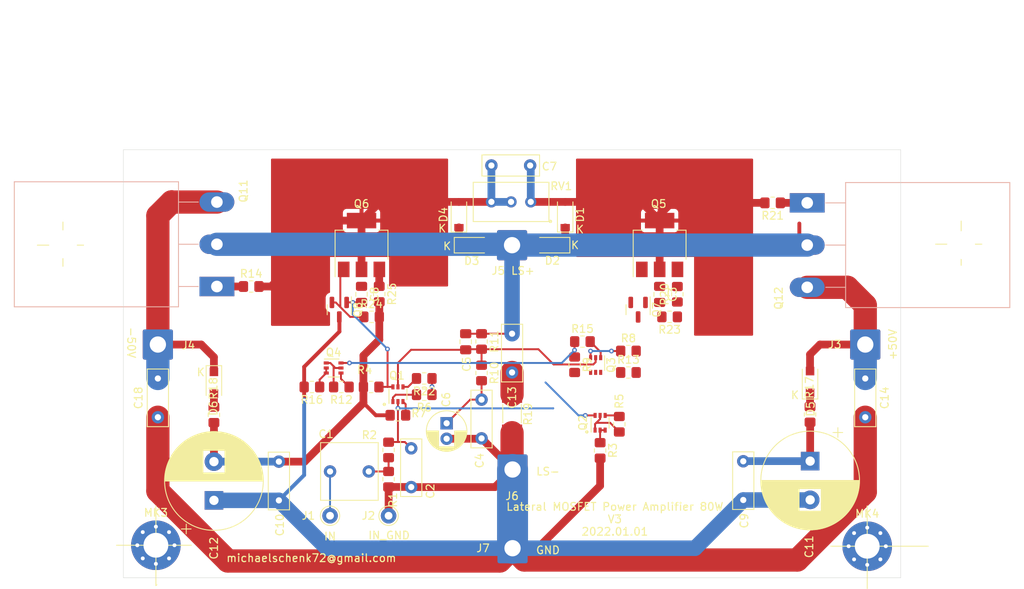
<source format=kicad_pcb>
(kicad_pcb (version 20211014) (generator pcbnew)
  (layers (0 "F.Cu" signal) (31 "B.Cu" signal) (34 "B.Paste" user) (35 "F.Paste" user) (36 "B.SilkS" user "B.Silkscreen") (37 "F.SilkS" user "F.Silkscreen") (38 "B.Mask" user) (39 "F.Mask" user) (44 "Edge.Cuts" user))
  (net 0 "")
  (net 1 "Net-(C1-Pad2)")
  (net 2 "Net-(C1-Pad1)")
  (net 3 "GND")
  (net 4 "Net-(Q1-Pad2)")
  (net 5 "Net-(Q4-Pad1)")
  (net 6 "Net-(C4-Pad1)")
  (net 7 "Net-(C3-Pad2)")
  (net 8 "Net-(C13-Pad1)")
  (net 9 "Net-(C7-Pad2)")
  (net 10 "Net-(C7-Pad1)")
  (net 11 "Net-(C11-Pad1)")
  (net 12 "Net-(C10-Pad2)")
  (net 13 "Net-(C13-Pad2)")
  (net 14 "Net-(D1-Pad1)")
  (net 15 "Net-(D3-Pad1)")
  (net 16 "Net-(D5-Pad1)")
  (net 17 "Net-(D6-Pad2)")
  (net 18 "Net-(D6-Pad1)")
  (net 19 "Net-(Q11-Pad1)")
  (net 20 "Net-(C14-Pad1)")
  (net 21 "Net-(Q1-Pad1)")
  (net 22 "Net-(Q1-Pad5)")
  (net 23 "Net-(Q5-Pad3)")
  (net 24 "Net-(Q2-Pad2)")
  (net 25 "Net-(Q2-Pad1)")
  (net 26 "Net-(Q1-Pad6)")
  (net 27 "Net-(R7-Pad1)")
  (net 28 "Net-(Q1-Pad4)")
  (net 29 "Net-(R6-Pad1)")
  (net 30 "Net-(Q3-Pad1)")
  (net 31 "Net-(Q3-Pad4)")
  (net 32 "Net-(Q3-Pad6)")
  (net 33 "Net-(Q4-Pad2)")
  (net 34 "Net-(Q4-Pad6)")
  (net 35 "Net-(Q5-Pad1)")
  (net 36 "Net-(Q6-Pad1)")
  (net 37 "Net-(Q6-Pad3)")
  (net 38 "Net-(Q12-Pad1)")
  (footprint "Resistor_SMD:R_0805_2012Metric_Pad1.20x1.40mm_HandSolder" (layer "F.Cu") (at 180.721 63.23 90)
    (fp_text reference "R20")
    (fp_text value "33R")
  )
  (footprint "Capacitor_THT:C_Rect_L7.2mm_W7.2mm_P5.00mm_FKS2_FKP2_MKS2_MKP2" (layer "F.Cu") (at 140.89 86.106 180)
    (fp_text reference "C1")
    (fp_text value "3.3uF")
  )
  (footprint "Capacitor_THT:C_Rect_L7.2mm_W2.5mm_P5.00mm_FKS2_FKP2_MKS2_MKP2" (layer "F.Cu") (at 146.3675 83.1215 -90)
    (fp_text reference "C2")
    (fp_text value "1n")
  )
  (footprint "Capacitor_THT:CP_Radial_D5.0mm_P2.00mm" (layer "F.Cu") (at 150.9395 79.883 -90)
    (fp_text reference "C4")
    (fp_text value "47u/16V")
  )
  (footprint "Capacitor_SMD:C_0805_2012Metric_Pad1.18x1.45mm_HandSolder" (layer "F.Cu") (at 153.4 69.3625 -90)
    (fp_text reference "C5")
    (fp_text value "10p")
  )
  (footprint "Capacitor_THT:C_Rect_L7.2mm_W2.5mm_P5.00mm_FKS2_FKP2_MKS2_MKP2" (layer "F.Cu") (at 155.448 76.835 -90)
    (fp_text reference "C6")
    (fp_text value "100n")
  )
  (footprint "Capacitor_THT:C_Rect_L7.2mm_W2.5mm_P5.00mm_FKS2_FKP2_MKS2_MKP2" (layer "F.Cu") (at 189.23 84.789 -90)
    (fp_text reference "C9")
    (fp_text value "100n")
  )
  (footprint "Capacitor_THT:CP_Radial_D12.5mm_P5.00mm" (layer "F.Cu") (at 197.866 84.7725 -90)
    (fp_text reference "C11")
    (fp_text value "220u/100V")
  )
  (footprint "Capacitor_THT:C_Rect_L7.2mm_W2.5mm_P5.00mm_FKS2_FKP2_MKS2_MKP2" (layer "F.Cu") (at 159.385 68.326 -90)
    (fp_text reference "C13")
    (fp_text value "22n")
  )
  (footprint "Diode_SMD:D_SOD-123" (layer "F.Cu") (at 166.243 52.958 90)
    (fp_text reference "D1")
    (fp_text value "1N914")
  )
  (footprint "Diode_SMD:D_SOD-123" (layer "F.Cu") (at 164.592 56.896 180)
    (fp_text reference "D2")
    (fp_text value "12V/0.5W")
  )
  (footprint "Diode_SMD:D_SOD-123" (layer "F.Cu") (at 154.178 56.896)
    (fp_text reference "D3")
    (fp_text value "1N914")
  )
  (footprint "Diode_SMD:D_SOD-123" (layer "F.Cu") (at 152.527 52.958 90)
    (fp_text reference "D4")
    (fp_text value "12V/0.5W")
  )
  (footprint "Diode_SMD:D_SOD-123F" (layer "F.Cu") (at 197.85 74.55 90)
    (fp_text reference "D5")
    (fp_text value "SM4002PL-TP")
  )
  (footprint "Connector_Pin:Pin_D1.0mm_L10.0mm" (layer "F.Cu") (at 135.89 91.821)
    (fp_text reference "J1")
    (fp_text value "Conn_01x01")
  )
  (footprint "Connector_Pin:Pin_D1.0mm_L10.0mm" (layer "F.Cu") (at 143.4465 91.821)
    (fp_text reference "J2")
    (fp_text value "Conn_01x01")
  )
  (footprint "Connector_Wire:SolderWire-1.5sqmm_1x01_D1.7mm_OD3.9mm" (layer "F.Cu") (at 204.978 69.723)
    (fp_text reference "J3")
    (fp_text value "+50V")
  )
  (footprint "Connector_Wire:SolderWire-1.5sqmm_1x01_D1.7mm_OD3.9mm" (layer "F.Cu") (at 159.385 56.896)
    (fp_text reference "J5")
    (fp_text value "LS+")
  )
  (footprint "Connector_Wire:SolderWire-1.5sqmm_1x01_D1.7mm_OD3.9mm" (layer "F.Cu") (at 159.4485 85.852)
    (fp_text reference "J6")
    (fp_text value "LS-")
  )
  (footprint "Connector_Wire:SolderWire-1.5sqmm_1x01_D1.7mm_OD3.9mm" (layer "F.Cu") (at 159.4485 96.012)
    (fp_text reference "J7")
    (fp_text value "GND")
  )
  (footprint "MountingHole:MountingHole_3.2mm_M3_Pad_Via" (layer "F.Cu") (at 113.411 95.631)
    (fp_text reference "MK3")
    (fp_text value "Mounting_Hole_PAD")
  )
  (footprint "MountingHole:MountingHole_3.2mm_M3_Pad_Via" (layer "F.Cu") (at 205.232 95.758)
    (fp_text reference "MK4")
    (fp_text value "Mounting_Hole_PAD")
  )
  (footprint "Resistor_SMD:R_0805_2012Metric_Pad1.20x1.40mm_HandSolder" (layer "F.Cu") (at 143.4465 87.106 -90)
    (fp_text reference "R1")
    (fp_text value "33k")
  )
  (footprint "Resistor_SMD:R_0805_2012Metric_Pad1.20x1.40mm_HandSolder" (layer "F.Cu") (at 143.4465 83.328 -90)
    (fp_text reference "R2")
    (fp_text value "1k")
  )
  (footprint "Resistor_SMD:R_0805_2012Metric_Pad1.20x1.40mm_HandSolder" (layer "F.Cu") (at 170.7515 83.3915 -90)
    (fp_text reference "R3")
    (fp_text value "22k")
  )
  (footprint "Resistor_SMD:R_0805_2012Metric_Pad1.20x1.40mm_HandSolder" (layer "F.Cu") (at 173.228 80.01 -90)
    (fp_text reference "R5")
    (fp_text value "220R")
  )
  (footprint "Resistor_SMD:R_0805_2012Metric_Pad1.20x1.40mm_HandSolder" (layer "F.Cu") (at 148.05 76.2 180)
    (fp_text reference "R6")
    (fp_text value "100R")
  )
  (footprint "Resistor_SMD:R_0805_2012Metric_Pad1.20x1.40mm_HandSolder" (layer "F.Cu") (at 155.448 73.39 -90)
    (fp_text reference "R10")
    (fp_text value "1k")
  )
  (footprint "Resistor_SMD:R_0805_2012Metric_Pad1.20x1.40mm_HandSolder" (layer "F.Cu") (at 155.448 69.326 -90)
    (fp_text reference "R11")
    (fp_text value "33k")
  )
  (footprint "Resistor_SMD:R_0805_2012Metric_Pad1.20x1.40mm_HandSolder" (layer "F.Cu") (at 125.714 62.23)
    (fp_text reference "R14")
    (fp_text value "220R")
  )
  (footprint "Resistor_SMD:R_0805_2012Metric_Pad1.20x1.40mm_HandSolder" (layer "F.Cu") (at 197.85 78.75 90)
    (fp_text reference "R17")
    (fp_text value "100R")
  )
  (footprint "Resistor_SMD:R_MELF_MMB-0207" (layer "F.Cu") (at 159.385 78.65 -90)
    (fp_text reference "R19")
    (fp_text value "6.8R/1W")
  )
  (footprint "Resistor_SMD:R_0805_2012Metric_Pad1.20x1.40mm_HandSolder" (layer "F.Cu") (at 193.024 51.435 180)
    (fp_text reference "R21")
    (fp_text value "220R")
  )
  (footprint "Capacitor_THT:C_Rect_L7.2mm_W2.5mm_P5.00mm_FKS2_FKP2_MKS2_MKP2" (layer "F.Cu") (at 204.978 74.1045 -90)
    (fp_text reference "C14")
    (fp_text value "100n")
  )
  (footprint "Resistor_SMD:R_0805_2012Metric_Pad1.20x1.40mm_HandSolder" (layer "F.Cu") (at 120.9 78.8 -90)
    (fp_text reference "R18")
    (fp_text value "100R")
  )
  (footprint "Capacitor_THT:C_Rect_L7.2mm_W2.5mm_P5.00mm_FKS2_FKP2_MKS2_MKP2" (layer "F.Cu") (at 129.286 89.836 90)
    (fp_text reference "C10")
    (fp_text value "100n")
  )
  (footprint "Capacitor_THT:CP_Radial_D12.5mm_P5.00mm" (layer "F.Cu") (at 120.904 89.836 90)
    (fp_text reference "C12")
    (fp_text value "220u/100V")
  )
  (footprint "Resistor_SMD:R_0805_2012Metric_Pad1.20x1.40mm_HandSolder" (layer "F.Cu") (at 144.65 78.85 180)
    (fp_text reference "R7")
    (fp_text value "1k")
  )
  (footprint "Resistor_SMD:R_0805_2012Metric_Pad1.20x1.40mm_HandSolder" (layer "F.Cu") (at 141.2 75.2 180)
    (fp_text reference "R4")
    (fp_text value "1k")
  )
  (footprint "Package_TO_SOT_SMD:SOT-223-3_TabPin2" (layer "F.Cu") (at 178.435 56.871 90)
    (fp_text reference "Q5")
    (fp_text value "DZT5401")
  )
  (footprint "Package_TO_SOT_SMD:SOT-223-3_TabPin2" (layer "F.Cu") (at 139.954 56.871 90)
    (fp_text reference "Q6")
    (fp_text value "DZT5551")
  )
  (footprint "Package_TO_SOT_SMD:SOT-363_SC-70-6" (layer "F.Cu") (at 144.6555 76.134 90)
    (fp_text reference "Q1")
    (fp_text value "BC856BS")
  )
  (footprint "Package_TO_SOT_SMD:SOT-363_SC-70-6" (layer "F.Cu") (at 170.7515 79.8195 90)
    (fp_text reference "Q2")
    (fp_text value "BC856BS")
  )
  (footprint "Connector_Wire:SolderWire-1.5sqmm_1x01_D1.7mm_OD3.9mm" (layer "F.Cu") (at 113.665 69.723)
    (fp_text reference "J4")
    (fp_text value "-50V")
  )
  (footprint "Capacitor_THT:C_Rect_L7.2mm_W2.5mm_P5.00mm_FKS2_FKP2_MKS2_MKP2" (layer "F.Cu") (at 113.665 79.1045 90)
    (fp_text reference "C18")
    (fp_text value "100n")
  )
  (footprint "Diode_SMD:D_SOD-123F" (layer "F.Cu") (at 120.9 74.65 -90)
    (fp_text reference "D6")
    (fp_text value "SM4002PL-TP")
  )
  (footprint "Capacitor_THT:C_Rect_L7.2mm_W2.5mm_P5.00mm_FKS2_FKP2_MKS2_MKP2" (layer "F.Cu") (at 156.718 46.609)
    (fp_text reference "C7")
    (fp_text value "100n")
  )
  (footprint "Potentiometer_THT:Potentiometer_Bourns_3296W_Vertical" (layer "F.Cu") (at 161.798 51.308)
    (fp_text reference "RV1")
    (fp_text value "200R")
  )
  (footprint "Resistor_SMD:R_0805_2012Metric_Pad1.20x1.40mm_HandSolder" (layer "F.Cu") (at 137.35 75.2 180)
    (fp_text reference "R12")
    (fp_text value "220R")
  )
  (footprint "Resistor_SMD:R_0805_2012Metric_Pad1.20x1.40mm_HandSolder" (layer "F.Cu") (at 167.4622 72.3298 -90)
    (fp_text reference "R9")
    (fp_text value "100R")
  )
  (footprint "Package_TO_SOT_SMD:SOT-363_SC-70-6" (layer "F.Cu") (at 170.1742 72.3646 -90)
    (fp_text reference "Q3")
    (fp_text value "BC856BS")
  )
  (footprint "Resistor_SMD:R_0805_2012Metric_Pad1.20x1.40mm_HandSolder" (layer "F.Cu") (at 148.05 74.1 180)
    (fp_text reference "R22")
    (fp_text value "100R")
  )
  (footprint "Resistor_SMD:R_0805_2012Metric_Pad1.20x1.40mm_HandSolder" (layer "F.Cu") (at 168.4688 69.342)
    (fp_text reference "R15")
    (fp_text value "100R")
  )
  (footprint "Resistor_SMD:R_0805_2012Metric_Pad1.20x1.40mm_HandSolder" (layer "F.Cu") (at 141.25 66.15)
    (fp_text reference "R24")
    (fp_text value "2.2k")
  )
  (footprint "Package_TO_SOT_SMD:SOT-23" (layer "F.Cu") (at 175.6562 65.2249 -90)
    (fp_text reference "Q7")
    (fp_text value "BC856B")
  )
  (footprint "Resistor_SMD:R_0805_2012Metric_Pad1.20x1.40mm_HandSolder" (layer "F.Cu") (at 142.24 63.2046 -90)
    (fp_text reference "R25")
    (fp_text value "33R")
  )
  (footprint "Capacitor_SMD:C_0805_2012Metric_Pad1.18x1.45mm_HandSolder" (layer "F.Cu") (at 139.954 63.2421 -90)
    (fp_text reference "C8")
    (fp_text value "47p")
  )
  (footprint "Package_TO_SOT_SMD:SOT-363_SC-70-6" (layer "F.Cu") (at 136.35 72.75)
    (fp_text reference "Q4")
    (fp_text value "BC846BDW1")
  )
  (footprint "Package_TO_SOT_SMD:SOT-23" (layer "F.Cu") (at 137.0838 65.2272 -90)
    (fp_text reference "Q8")
    (fp_text value "BC846")
  )
  (footprint "Resistor_SMD:R_0805_2012Metric_Pad1.20x1.40mm_HandSolder" (layer "F.Cu") (at 174.4058 73.3298)
    (fp_text reference "R13")
    (fp_text value "1k")
  )
  (footprint "Resistor_SMD:R_0805_2012Metric_Pad1.20x1.40mm_HandSolder" (layer "F.Cu") (at 174.4058 70.5612)
    (fp_text reference "R8")
    (fp_text value "1k")
  )
  (footprint "Resistor_SMD:R_0805_2012Metric_Pad1.20x1.40mm_HandSolder" (layer "F.Cu") (at 133.55 75.2 180)
    (fp_text reference "R16")
    (fp_text value "22k")
  )
  (footprint "Capacitor_SMD:C_0805_2012Metric_Pad1.18x1.45mm_HandSolder" (layer "F.Cu") (at 178.435 63.2499 -90)
    (fp_text reference "C3")
    (fp_text value "47p")
  )
  (footprint "Resistor_SMD:R_0805_2012Metric_Pad1.20x1.40mm_HandSolder" (layer "F.Cu") (at 179.725 66.15 180)
    (fp_text reference "R23")
    (fp_text value "2.2k")
  )
  (footprint "Package_TO_SOT_THT:TO-247-3_Horizontal_TabUp" (layer "B.Cu") (at 121.285 62.23 90)
    (fp_text reference "Q11")
    (fp_text value "ECX10P20")
  )
  (footprint "Package_TO_SOT_THT:TO-247-3_Horizontal_TabUp" (layer "B.Cu") (at 197.485 51.435 -90)
    (fp_text reference "Q12")
    (fp_text value "ECX10N20")
  )
  (gr_line (start 98.1075 56.896) (end 104.0765 56.896) (layer "F.SilkS") (width 0.12))
  (gr_line (start 101.4095 53.9115) (end 101.4095 59.6265) (layer "F.SilkS") (width 0.12))
  (gr_line (start 213.106 95.758) (end 200.533 95.758) (layer "F.SilkS") (width 0.12))
  (gr_line (start 117.983 95.631) (end 108.331 95.631) (layer "F.SilkS") (width 0.12))
  (gr_line (start 205.232 101.219) (end 205.232 90.551) (layer "F.SilkS") (width 0.12))
  (gr_line (start 217.3605 53.7845) (end 217.3605 59.4995) (layer "F.SilkS") (width 0.12))
  (gr_line (start 214.0585 56.769) (end 220.0275 56.769) (layer "F.SilkS") (width 0.12))
  (gr_line (start 113.411 90.551) (end 113.411 100.838) (layer "F.SilkS") (width 0.12))
  (gr_line (start 113.411 100.838) (end 113.538 100.711) (layer "F.SilkS") (width 0.12))
  (gr_line (start 109.22 99.822) (end 209.55 99.822) (layer "Edge.Cuts") (width 0.05))
  (gr_line (start 109.22 44.577) (end 109.22 99.822) (layer "Edge.Cuts") (width 0.05))
  (gr_line (start 209.55 44.577) (end 209.55 99.822) (layer "Edge.Cuts") (width 0.05))
  (gr_line (start 109.22 44.577) (end 209.55 44.577) (layer "Edge.Cuts") (width 0.05))
  (gr_text "GND" (at 164.0205 96.266) (layer "F.SilkS") (effects (font (size 1 1))))
  (gr_text "-50V" (at 110.236 69.469 -90) (layer "F.SilkS") (effects (font (size 1 1))))
  (gr_text "°" (at 164.338 54.229) (layer "F.SilkS") (effects (font (size 1 1))))
  (gr_text "°" (at 169.037 81.407) (layer "F.SilkS") (effects (font (size 1 1))))
  (gr_text "°" (at 142.9 77.85) (layer "F.SilkS") (effects (font (size 1 1))))
  (gr_text "IN" (at 135.89 94.488) (layer "F.SilkS") (effects (font (size 1 1))))
  (gr_text "LS+" (at 160.782 60.198) (layer "F.SilkS") (effects (font (size 1 1))))
  (gr_text "K" (at 119.2 73.3) (layer "F.SilkS") (effects (font (size 1 1))))
  (gr_text "+50V" (at 208.534 69.723 90) (layer "F.SilkS") (effects (font (size 1 1))))
  (gr_text "IN_GND" (at 143.51 94.361) (layer "F.SilkS") (effects (font (size 1 1))))
  (gr_text "K" (at 167.513 56.896) (layer "F.SilkS") (effects (font (size 1 1))))
  (gr_text "michaelschenk72@gmail.com" (at 133.477 97.282) (layer "F.SilkS") (effects (font (size 1 1))))
  (gr_text "K" (at 195.9 76.25) (layer "F.SilkS") (effects (font (size 1 1))))
  (gr_text "K" (at 151.003 57.023) (layer "F.SilkS") (effects (font (size 1 1))))
  (gr_text "Lateral MOSFET Power Amplifier 80W\nV3\n2022.01.01" (at 172.6565 92.2655) (layer "F.SilkS") (effects (font (size 1 1))))
  (gr_text "K" (at 168.148 54.864) (layer "F.SilkS") (effects (font (size 1 1))))
  (gr_text "K" (at 150.368 54.737) (layer "F.SilkS") (effects (font (size 1 1))))
  (gr_text "LS-" (at 164.0205 86.106) (layer "F.SilkS") (effects (font (size 1 1))))
  (segment (start 135.89 91.821) (end 135.89 86.106) (width 0.25) (layer "B.Cu") (net 1))
  (segment (start 140.89 86.106) (end 143.4465 86.106) (width 0.25) (layer "F.Cu") (net 2))
  (segment (start 143.4465 86.106) (end 143.4465 84.328) (width 0.25) (layer "F.Cu") (net 2))
  (segment (start 159.4485 85.852) (end 159.4485 85.8355) (width 1) (layer "F.Cu") (net 3))
  (segment (start 150.9395 81.883) (end 155.4 81.883) (width 1) (layer "F.Cu") (net 3))
  (segment (start 146.352 88.106) (end 146.3675 88.1215) (width 1) (layer "F.Cu") (net 3))
  (segment (start 137.1 68.05) (end 137.1 66.1809) (width 0.5) (layer "F.Cu") (net 3))
  (segment (start 132.55 75.2) (end 132.55 76.85) (width 0.5) (layer "F.Cu") (net 3))
  (segment (start 196.201998 97.536) (end 160.9725 97.536) (width 3) (layer "F.Cu") (net 3))
  (segment (start 143.4465 88.106) (end 146.352 88.106) (width 1) (layer "F.Cu") (net 3))
  (segment (start 159.4485 85.8355) (end 155.448 81.835) (width 1) (layer "F.Cu") (net 3))
  (segment (start 162.687 96.012) (end 170.7515 87.9475) (width 1) (layer "F.Cu") (net 3))
  (segment (start 122.695002 97.663) (end 157.7975 97.663) (width 3) (layer "F.Cu") (net 3))
  (segment (start 113.665 79.1045) (end 113.665 88.632998) (width 3) (layer "F.Cu") (net 3))
  (segment (start 159.4485 96.012) (end 162.687 96.012) (width 1) (layer "F.Cu") (net 3))
  (segment (start 157.179 88.1215) (end 159.4485 85.852) (width 1) (layer "F.Cu") (net 3))
  (segment (start 160.9725 97.536) (end 159.4485 96.012) (width 3) (layer "F.Cu") (net 3))
  (segment (start 132.55 72.6) (end 137.1 68.05) (width 0.5) (layer "F.Cu") (net 3))
  (segment (start 170.7515 87.9475) (end 170.7515 84.3915) (width 1) (layer "F.Cu") (net 3))
  (segment (start 159.385 81.1) (end 159.385 85.7885) (width 3) (layer "F.Cu") (net 3))
  (segment (start 204.978 88.759998) (end 196.201998 97.536) (width 3) (layer "F.Cu") (net 3))
  (segment (start 155.4 81.883) (end 155.448 81.835) (width 1) (layer "F.Cu") (net 3))
  (segment (start 137.1 66.1809) (end 137.0838 66.1647) (width 0.5) (layer "F.Cu") (net 3))
  (segment (start 132.55 75.2) (end 132.55 72.6) (width 0.5) (layer "F.Cu") (net 3))
  (segment (start 113.665 88.632998) (end 122.695002 97.663) (width 3) (layer "F.Cu") (net 3))
  (segment (start 143.4465 91.821) (end 143.4465 88.106) (width 1) (layer "F.Cu") (net 3))
  (segment (start 204.978 79.1045) (end 204.978 88.759998) (width 3) (layer "F.Cu") (net 3))
  (segment (start 157.7975 97.663) (end 159.4485 96.012) (width 3) (layer "F.Cu") (net 3))
  (segment (start 146.3675 88.1215) (end 157.179 88.1215) (width 1) (layer "F.Cu") (net 3))
  (segment (start 159.385 85.7885) (end 159.4485 85.852) (width 3) (layer "F.Cu") (net 3))
  (via (at 132.55 76.85) (size 0.6) (drill 0.3) (layers "F.Cu" "B.Cu") (net 3))
  (segment (start 159.4485 96.012) (end 183.007 96.012) (width 2) (layer "B.Cu") (net 3))
  (segment (start 183.007 96.012) (end 189.23 89.789) (width 2) (layer "B.Cu") (net 3))
  (segment (start 159.4485 96.012) (end 159.4485 85.852) (width 4) (layer "B.Cu") (net 3))
  (segment (start 155.448 81.835) (end 155.448 81.8515) (width 1) (layer "B.Cu") (net 3))
  (segment (start 135.462 96.012) (end 129.286 89.836) (width 2) (layer "B.Cu") (net 3))
  (segment (start 159.4485 96.012) (end 135.462 96.012) (width 2) (layer "B.Cu") (net 3))
  (segment (start 197.8495 89.789) (end 197.866 89.7725) (width 2) (layer "B.Cu") (net 3))
  (segment (start 132.55 86.572) (end 129.286 89.836) (width 0.5) (layer "B.Cu") (net 3))
  (segment (start 132.55 76.85) (end 132.55 86.572) (width 0.5) (layer "B.Cu") (net 3))
  (segment (start 189.23 89.789) (end 197.8495 89.789) (width 2) (layer "B.Cu") (net 3))
  (segment (start 129.286 89.836) (end 120.904 89.836) (width 2) (layer "B.Cu") (net 3))
  (segment (start 155.4 81.883) (end 155.448 81.835) (width 1) (layer "B.Cu") (net 3))
  (segment (start 146.3675 83.1215) (end 145.546 82.3) (width 0.25) (layer "F.Cu") (net 4))
  (segment (start 143.4745 82.3) (end 143.4465 82.328) (width 0.25) (layer "F.Cu") (net 4))
  (segment (start 144.6555 82.2945) (end 144.65 82.3) (width 0.25) (layer "F.Cu") (net 4))
  (segment (start 144.65 82.3) (end 143.4745 82.3) (width 0.25) (layer "F.Cu") (net 4))
  (segment (start 144.6555 77.084) (end 144.6555 77.9445) (width 0.25) (layer "F.Cu") (net 4))
  (segment (start 144.6555 77.9445) (end 144.6555 82.2945) (width 0.25) (layer "F.Cu") (net 4))
  (segment (start 145.546 82.3) (end 144.65 82.3) (width 0.25) (layer "F.Cu") (net 4))
  (via (at 144.6555 77.9445) (size 0.6) (drill 0.3) (layers "F.Cu" "B.Cu") (net 4))
  (segment (start 144.6555 77.9445) (end 144.670511 77.959511) (width 0.25) (layer "B.Cu") (net 4))
  (segment (start 144.670511 77.959511) (end 164.690489 77.959511) (width 0.25) (layer "B.Cu") (net 4))
  (segment (start 164.690489 77.959511) (end 164.7 77.95) (width 0.25) (layer "B.Cu") (net 4))
  (segment (start 136.362011 72.537989) (end 135.924022 72.1) (width 0.25) (layer "F.Cu") (net 5))
  (segment (start 136.35 72.55) (end 136.362011 72.537989) (width 0.25) (layer "F.Cu") (net 5))
  (segment (start 135.924022 72.1) (end 135.4 72.1) (width 0.25) (layer "F.Cu") (net 5))
  (segment (start 136.35 75.2) (end 136.35 72.55) (width 0.25) (layer "F.Cu") (net 5))
  (segment (start 137.3 72.75) (end 136.574022 72.75) (width 0.25) (layer "F.Cu") (net 5))
  (segment (start 136.574022 72.75) (end 136.362011 72.537989) (width 0.25) (layer "F.Cu") (net 5))
  (segment (start 155.448 76.835) (end 153.9875 76.835) (width 0.25) (layer "F.Cu") (net 6))
  (segment (start 153.9875 76.835) (end 150.9395 79.883) (width 0.25) (layer "F.Cu") (net 6))
  (segment (start 155.448 76.835) (end 155.448 74.39) (width 0.25) (layer "F.Cu") (net 6))
  (segment (start 172.212 70.5612) (end 173.4058 70.5612) (width 0.25) (layer "F.Cu") (net 7))
  (segment (start 169.5242 70.5658) (end 169.5196 70.5612) (width 0.25) (layer "F.Cu") (net 7))
  (segment (start 169.5242 71.4146) (end 169.5242 70.5658) (width 0.25) (layer "F.Cu") (net 7))
  (via (at 169.5196 70.5612) (size 0.6) (drill 0.3) (layers "F.Cu" "B.Cu") (net 7))
  (via (at 172.212 70.5612) (size 0.6) (drill 0.3) (layers "F.Cu" "B.Cu") (net 7))
  (segment (start 169.5196 70.5612) (end 172.212 70.5612) (width 0.25) (layer "B.Cu") (net 7))
  (segment (start 155.448 68.326) (end 153.401 68.326) (width 0.25) (layer "F.Cu") (net 8))
  (segment (start 162.942 56.896) (end 159.385 56.896) (width 1) (layer "F.Cu") (net 8))
  (segment (start 159.385 68.326) (end 155.448 68.326) (width 0.25) (layer "F.Cu") (net 8))
  (segment (start 155.828 56.896) (end 159.385 56.896) (width 1) (layer "F.Cu") (net 8))
  (segment (start 196.469 54.102) (end 196.469 55.869) (width 0.5) (layer "F.Cu") (net 8))
  (segment (start 153.401 68.326) (end 153.4 68.325) (width 0.25) (layer "F.Cu") (net 8))
  (segment (start 196.469 55.869) (end 197.485 56.885) (width 0.5) (layer "F.Cu") (net 8))
  (segment (start 159.396 56.885) (end 197.485 56.885) (width 3) (layer "B.Cu") (net 8))
  (segment (start 159.385 56.896) (end 159.396 56.885) (width 3) (layer "B.Cu") (net 8))
  (segment (start 159.385 56.896) (end 159.385 68.326) (width 2) (layer "B.Cu") (net 8))
  (segment (start 159.385 56.896) (end 159.269 56.78) (width 3) (layer "B.Cu") (net 8))
  (segment (start 159.269 56.78) (end 121.285 56.78) (width 3) (layer "B.Cu") (net 8))
  (segment (start 178.435 60.021) (end 178.435 53.721) (width 1) (layer "F.Cu") (net 9))
  (segment (start 178.435 52.959) (end 178.435 53.721) (width 1) (layer "F.Cu") (net 9))
  (segment (start 179.959 51.435) (end 178.435 52.959) (width 1) (layer "F.Cu") (net 9))
  (segment (start 166.243 51.308) (end 176.022 51.308) (width 1) (layer "F.Cu") (net 9))
  (segment (start 192.024 51.435) (end 179.959 51.435) (width 1) (layer "F.Cu") (net 9))
  (segment (start 166.243 51.308) (end 161.798 51.308) (width 1) (layer "F.Cu") (net 9))
  (segment (start 176.022 51.308) (end 178.435 53.721) (width 1) (layer "F.Cu") (net 9))
  (segment (start 161.798 51.308) (end 161.798 46.689) (width 1) (layer "B.Cu") (net 9))
  (segment (start 128.27 62.23) (end 126.714 62.23) (width 1) (layer "F.Cu") (net 10))
  (segment (start 139.954 60.021) (end 139.954 53.721) (width 1) (layer "F.Cu") (net 10))
  (segment (start 156.718 51.308) (end 152.527 51.308) (width 1) (layer "F.Cu") (net 10))
  (segment (start 136.779 53.721) (end 128.27 62.23) (width 1) (layer "F.Cu") (net 10))
  (segment (start 152.527 51.308) (end 142.367 51.308) (width 1) (layer "F.Cu") (net 10))
  (segment (start 142.367 51.308) (end 139.954 53.721) (width 1) (layer "F.Cu") (net 10))
  (segment (start 139.954 53.721) (end 136.779 53.721) (width 1) (layer "F.Cu") (net 10))
  (segment (start 159.258 51.308) (end 156.718 51.308) (width 1) (layer "B.Cu") (net 10))
  (segment (start 156.718 51.308) (end 156.718 46.609) (width 1) (layer "B.Cu") (net 10))
  (segment (start 197.866 84.7725) (end 197.866 79.766) (width 1) (layer "F.Cu") (net 11))
  (segment (start 171.4015 78.8695) (end 173.0875 78.8695) (width 0.25) (layer "F.Cu") (net 11))
  (segment (start 173.244 78.994) (end 173.228 79.01) (width 1) (layer "F.Cu") (net 11))
  (segment (start 173.0875 78.8695) (end 173.228 79.01) (width 0.25) (layer "F.Cu") (net 11))
  (segment (start 197.866 79.766) (end 197.85 79.75) (width 1) (layer "F.Cu") (net 11))
  (segment (start 197.866 79.784) (end 197.9 79.75) (width 1) (layer "F.Cu") (net 11))
  (segment (start 189.2465 84.7725) (end 189.23 84.789) (width 1) (layer "B.Cu") (net 11))
  (segment (start 197.866 84.7725) (end 189.2465 84.7725) (width 1) (layer "B.Cu") (net 11))
  (segment (start 137.3 74.15) (end 138.35 75.2) (width 0.25) (layer "F.Cu") (net 12))
  (segment (start 137.3 73.4) (end 137.3 74.15) (width 0.25) (layer "F.Cu") (net 12))
  (segment (start 132.614 84.836) (end 138.025 79.425) (width 1) (layer "F.Cu") (net 12))
  (segment (start 137.975 79.425) (end 138.025 79.425) (width 0.25) (layer "F.Cu") (net 12))
  (segment (start 142.25 69.1) (end 142.25 66.15) (width 1) (layer "F.Cu") (net 12))
  (segment (start 142.25 64.2146) (end 142.24 64.2046) (width 1) (layer "F.Cu") (net 12))
  (segment (start 120.904 84.836) (end 120.904 79.804) (width 1) (layer "F.Cu") (net 12))
  (segment (start 120.904 79.854) (end 120.85 79.8) (width 1) (layer "F.Cu") (net 12))
  (segment (start 141.8 78.85) (end 140.2 77.25) (width 0.5) (layer "F.Cu") (net 12))
  (segment (start 120.904 79.804) (end 120.9 79.8) (width 1) (layer "F.Cu") (net 12))
  (segment (start 140.2 75.2) (end 140.2 71.15) (width 1) (layer "F.Cu") (net 12))
  (segment (start 142.25 66.15) (end 142.25 64.2146) (width 1) (layer "F.Cu") (net 12))
  (segment (start 140.2 77.25) (end 140.2 75.2) (width 1) (layer "F.Cu") (net 12))
  (segment (start 143.65 78.85) (end 141.8 78.85) (width 0.5) (layer "F.Cu") (net 12))
  (segment (start 138.025 79.425) (end 140.2 77.25) (width 1) (layer "F.Cu") (net 12))
  (segment (start 129.286 84.836) (end 132.614 84.836) (width 1) (layer "F.Cu") (net 12))
  (segment (start 140.2 71.15) (end 142.25 69.1) (width 1) (layer "F.Cu") (net 12))
  (segment (start 129.286 84.836) (end 120.904 84.836) (width 1) (layer "B.Cu") (net 12))
  (segment (start 159.385 73.326) (end 159.385 76.2) (width 3) (layer "F.Cu") (net 13))
  (segment (start 166.243 56.895) (end 166.242 56.896) (width 1) (layer "F.Cu") (net 14))
  (segment (start 166.243 54.608) (end 166.243 56.895) (width 1) (layer "F.Cu") (net 14))
  (segment (start 152.528 56.896) (end 152.528 54.609) (width 1) (layer "F.Cu") (net 15))
  (segment (start 152.528 54.609) (end 152.527 54.608) (width 1) (layer "F.Cu") (net 15))
  (segment (start 197.85 77.75) (end 197.85 75.95) (width 1) (layer "F.Cu") (net 16))
  (segment (start 120.9 77.8) (end 120.9 76.05) (width 1) (layer "F.Cu") (net 17))
  (segment (start 119.273 69.723) (end 120.9 71.35) (width 1) (layer "F.Cu") (net 18))
  (segment (start 113.665 69.723) (end 113.665 53.086) (width 3) (layer "F.Cu") (net 18))
  (segment (start 113.665 53.086) (end 115.443 51.308) (width 3) (layer "F.Cu") (net 18))
  (segment (start 113.665 69.723) (end 119.273 69.723) (width 1) (layer "F.Cu") (net 18))
  (segment (start 120.9 71.35) (end 120.9 73.25) (width 1) (layer "F.Cu") (net 18))
  (segment (start 115.465 51.33) (end 121.285 51.33) (width 3) (layer "F.Cu") (net 18))
  (segment (start 115.443 51.308) (end 115.465 51.33) (width 3) (layer "F.Cu") (net 18))
  (segment (start 113.665 74.1045) (end 113.665 69.723) (width 3) (layer "B.Cu") (net 18))
  (segment (start 121.285 62.23) (end 124.714 62.23) (width 1) (layer "F.Cu") (net 19))
  (segment (start 204.978 64.643) (end 202.67 62.335) (width 3) (layer "F.Cu") (net 20))
  (segment (start 197.85 71) (end 197.85 73.15) (width 1) (layer "F.Cu") (net 20))
  (segment (start 204.978 69.723) (end 204.978 64.643) (width 3) (layer "F.Cu") (net 20))
  (segment (start 202.67 62.335) (end 197.485 62.335) (width 3) (layer "F.Cu") (net 20))
  (segment (start 204.978 69.723) (end 199.127 69.723) (width 1) (layer "F.Cu") (net 20))
  (segment (start 199.127 69.723) (end 197.85 71) (width 1) (layer "F.Cu") (net 20))
  (segment (start 204.978 74.1045) (end 204.978 69.723) (width 3) (layer "B.Cu") (net 20))
  (segment (start 144.365478 76.2) (end 144.0055 76.559978) (width 0.25) (layer "F.Cu") (net 21))
  (segment (start 147.05 76.2) (end 144.365478 76.2) (width 0.25) (layer "F.Cu") (net 21))
  (segment (start 144.0055 76.559978) (end 144.0055 77.084) (width 0.25) (layer "F.Cu") (net 21))
  (segment (start 162.782 70.326) (end 155.448 70.326) (width 0.25) (layer "F.Cu") (net 22))
  (segment (start 153.474 70.326) (end 153.4 70.4) (width 0.25) (layer "F.Cu") (net 22))
  (segment (start 155.448 72.39) (end 155.448 70.326) (width 0.25) (layer "F.Cu") (net 22))
  (segment (start 170.1742 71.9896) (end 169.8754 72.2884) (width 0.25) (layer "F.Cu") (net 22))
  (segment (start 169.8754 72.2884) (end 164.7444 72.2884) (width 0.25) (layer "F.Cu") (net 22))
  (segment (start 155.448 70.326) (end 153.474 70.326) (width 0.25) (layer "F.Cu") (net 22))
  (segment (start 170.1742 71.4146) (end 170.1742 71.9896) (width 0.25) (layer "F.Cu") (net 22))
  (segment (start 164.7444 72.2884) (end 162.782 70.326) (width 0.25) (layer "F.Cu") (net 22))
  (segment (start 144.6555 75.184) (end 144.6555 72.0945) (width 0.25) (layer "F.Cu") (net 22))
  (segment (start 144.6555 72.0945) (end 146.35 70.4) (width 0.25) (layer "F.Cu") (net 22))
  (segment (start 153.4 70.4) (end 146.35 70.4) (width 0.25) (layer "F.Cu") (net 22))
  (segment (start 180.721 60.035) (end 180.735 60.021) (width 1) (layer "F.Cu") (net 23))
  (segment (start 170.7515 82.3915) (end 170.7515 80.7695) (width 0.25) (layer "F.Cu") (net 24))
  (segment (start 170.7515 80.7695) (end 171.4015 80.7695) (width 0.25) (layer "F.Cu") (net 24))
  (segment (start 173.228 81.01) (end 172.046501 79.828501) (width 0.25) (layer "F.Cu") (net 25))
  (segment (start 170.7515 79.329502) (end 170.7515 78.8695) (width 0.25) (layer "F.Cu") (net 25))
  (segment (start 172.046501 79.828501) (end 170.252501 79.828501) (width 0.25) (layer "F.Cu") (net 25))
  (segment (start 170.1015 80.7695) (end 170.1015 79.979502) (width 0.25) (layer "F.Cu") (net 25))
  (segment (start 170.1015 79.979502) (end 170.252501 79.828501) (width 0.25) (layer "F.Cu") (net 25))
  (segment (start 170.252501 79.828501) (end 170.7515 79.329502) (width 0.25) (layer "F.Cu") (net 25))
  (segment (start 144.0055 75.184) (end 143.316 75.184) (width 0.25) (layer "F.Cu") (net 26))
  (segment (start 143.316 75.184) (end 143.316 70.316) (width 0.25) (layer "F.Cu") (net 26))
  (segment (start 139.954 64.2796) (end 138.8204 64.2796) (width 0.25) (layer "F.Cu") (net 26))
  (segment (start 143.316 75.184) (end 142.216 75.184) (width 0.25) (layer "F.Cu") (net 26))
  (segment (start 143.316 70.316) (end 143.3 70.3) (width 0.25) (layer "F.Cu") (net 26))
  (segment (start 138.0439 64.2796) (end 138.0338 64.2897) (width 0.25) (layer "F.Cu") (net 26))
  (segment (start 142.216 75.184) (end 142.2 75.2) (width 0.25) (layer "F.Cu") (net 26))
  (segment (start 138.8204 64.2796) (end 138.0439 64.2796) (width 0.25) (layer "F.Cu") (net 26))
  (via (at 143.3 70.3) (size 0.6) (drill 0.3) (layers "F.Cu" "B.Cu") (net 26))
  (via (at 138.8204 64.2796) (size 0.6) (drill 0.3) (layers "F.Cu" "B.Cu") (net 26))
  (segment (start 138.8204 65.8204) (end 138.8204 64.2796) (width 0.25) (layer "B.Cu") (net 26))
  (segment (start 143.3 70.3) (end 138.8204 65.8204) (width 0.25) (layer "B.Cu") (net 26))
  (segment (start 145.65 77.4285) (end 145.3055 77.084) (width 0.25) (layer "F.Cu") (net 27))
  (segment (start 145.65 78.85) (end 145.65 77.4285) (width 0.25) (layer "F.Cu") (net 27))
  (segment (start 145.3055 75.184) (end 145.966 75.184) (width 0.25) (layer "F.Cu") (net 28))
  (segment (start 145.966 75.184) (end 147.05 74.1) (width 0.25) (layer "F.Cu") (net 28))
  (segment (start 170.1015 78.8695) (end 168.849 78.8695) (width 0.25) (layer "F.Cu") (net 29))
  (segment (start 149.05 75.15) (end 149.05 74.15) (width 0.25) (layer "F.Cu") (net 29))
  (segment (start 149.05 76.2) (end 149.05 75.15) (width 0.25) (layer "F.Cu") (net 29))
  (segment (start 168.849 78.8695) (end 168.8465 78.867) (width 0.25) (layer "F.Cu") (net 29))
  (via (at 168.8465 78.867) (size 0.6) (drill 0.3) (layers "F.Cu" "B.Cu") (net 29))
  (via (at 149.05 75.15) (size 0.6) (drill 0.3) (layers "F.Cu" "B.Cu") (net 29))
  (segment (start 167.9575 78.867) (end 168.8465 78.867) (width 0.25) (layer "B.Cu") (net 29))
  (segment (start 163.703 74.6125) (end 167.9575 78.867) (width 0.25) (layer "B.Cu") (net 29))
  (segment (start 170.8242 70.6974) (end 169.4688 69.342) (width 0.25) (layer "F.Cu") (net 30))
  (segment (start 170.8242 71.4146) (end 170.8242 70.6974) (width 0.25) (layer "F.Cu") (net 30))
  (segment (start 134.55 75.2) (end 134.55 74.25) (width 0.25) (layer "F.Cu") (net 33))
  (segment (start 134.55 74.25) (end 135.4 73.4) (width 0.25) (layer "F.Cu") (net 33))
  (segment (start 135.4 73.4) (end 135.4 72.75) (width 0.25) (layer "F.Cu") (net 33))
  (segment (start 167.45 70.45) (end 167.45 69.3608) (width 0.25) (layer "F.Cu") (net 34))
  (segment (start 167.45 69.3608) (end 167.4688 69.342) (width 0.25) (layer "F.Cu") (net 34))
  (segment (start 167.45 70.45) (end 167.45 71.3176) (width 0.25) (layer "F.Cu") (net 34))
  (segment (start 137.3 72.1) (end 138.4 72.1) (width 0.25) (layer "F.Cu") (net 34))
  (segment (start 167.45 71.3176) (end 167.4622 71.3298) (width 0.25) (layer "F.Cu") (net 34))
  (via (at 138.4 72.1) (size 0.6) (drill 0.3) (layers "F.Cu" "B.Cu") (net 34))
  (via (at 167.45 70.45) (size 0.6) (drill 0.3) (layers "F.Cu" "B.Cu") (net 34))
  (segment (start 165.8 72.1) (end 167.45 70.45) (width 0.25) (layer "B.Cu") (net 34))
  (segment (start 138.4 72.1) (end 165.8 72.1) (width 0.25) (layer "B.Cu") (net 34))
  (segment (start 137.654 60.021) (end 137.217764 60.457236) (width 0.25) (layer "F.Cu") (net 36))
  (segment (start 140.25 66.15) (end 138.485528 66.15) (width 0.25) (layer "F.Cu") (net 36))
  (segment (start 138.485528 66.15) (end 137.217764 64.882236) (width 0.25) (layer "F.Cu") (net 36))
  (segment (start 137.217764 64.882236) (end 136.625228 64.2897) (width 0.25) (layer "F.Cu") (net 36))
  (segment (start 137.217764 60.457236) (end 137.217764 64.882236) (width 0.25) (layer "F.Cu") (net 36))
  (segment (start 136.625228 64.2897) (end 136.1338 64.2897) (width 0.25) (layer "F.Cu") (net 36))
  (segment (start 142.24 60.035) (end 142.254 60.021) (width 1) (layer "F.Cu") (net 37))
  (segment (start 142.24 62.2046) (end 142.24 60.035) (width 1) (layer "F.Cu") (net 37))
  (segment (start 197.485 51.435) (end 194.024 51.435) (width 1) (layer "F.Cu") (net 38))
  (zone (net 9) (net_name "Net-(C7-Pad2)") (layer "F.Cu") (connect_pads (clearance 0.508)) (min_thickness 0.254) (fill yes (thermal_gap 0.508) (thermal_bridge_width 0.508))
    (polygon (pts (xy 190.5 68.58) (xy 182.88 68.58) (xy 182.88 58.42) (xy 167.64 58.42) (xy 167.64 45.72) (xy 190.5 45.72)))
  )
  (zone (net 10) (net_name "Net-(C7-Pad1)") (layer "F.Cu") (connect_pads (clearance 0.508)) (min_thickness 0.254) (fill yes (thermal_gap 0.508) (thermal_bridge_width 0.508))
    (polygon (pts (xy 151.13 62.23) (xy 143.51 62.23) (xy 143.51 58.42) (xy 135.89 58.42) (xy 135.89 67.31) (xy 128.27 67.31) (xy 128.27 45.72) (xy 151.13 45.72)))
  )
)
</source>
